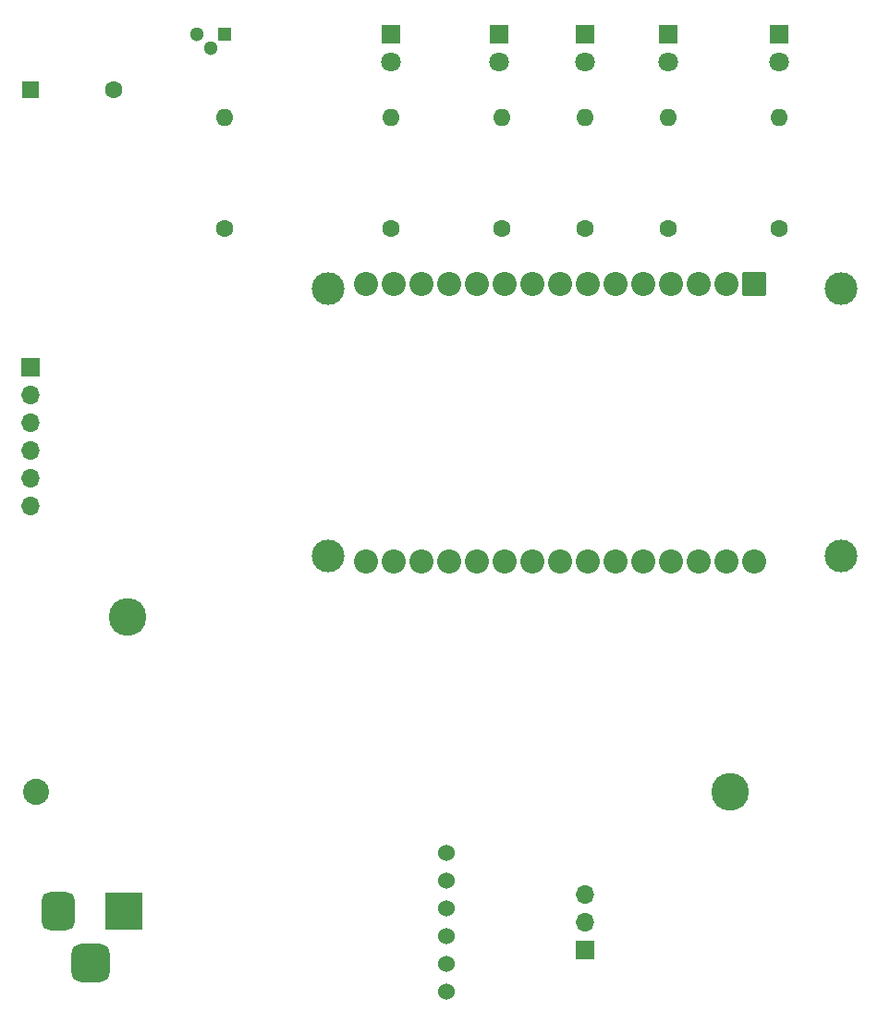
<source format=gbr>
%TF.GenerationSoftware,KiCad,Pcbnew,7.0.7*%
%TF.CreationDate,2023-11-04T11:15:44-05:00*%
%TF.ProjectId,proyectointroducci_n,70726f79-6563-4746-9f69-6e74726f6475,rev?*%
%TF.SameCoordinates,Original*%
%TF.FileFunction,Soldermask,Top*%
%TF.FilePolarity,Negative*%
%FSLAX46Y46*%
G04 Gerber Fmt 4.6, Leading zero omitted, Abs format (unit mm)*
G04 Created by KiCad (PCBNEW 7.0.7) date 2023-11-04 11:15:44*
%MOMM*%
%LPD*%
G01*
G04 APERTURE LIST*
G04 Aperture macros list*
%AMRoundRect*
0 Rectangle with rounded corners*
0 $1 Rounding radius*
0 $2 $3 $4 $5 $6 $7 $8 $9 X,Y pos of 4 corners*
0 Add a 4 corners polygon primitive as box body*
4,1,4,$2,$3,$4,$5,$6,$7,$8,$9,$2,$3,0*
0 Add four circle primitives for the rounded corners*
1,1,$1+$1,$2,$3*
1,1,$1+$1,$4,$5*
1,1,$1+$1,$6,$7*
1,1,$1+$1,$8,$9*
0 Add four rect primitives between the rounded corners*
20,1,$1+$1,$2,$3,$4,$5,0*
20,1,$1+$1,$4,$5,$6,$7,0*
20,1,$1+$1,$6,$7,$8,$9,0*
20,1,$1+$1,$8,$9,$2,$3,0*%
G04 Aperture macros list end*
%ADD10R,1.800000X1.800000*%
%ADD11C,1.800000*%
%ADD12R,1.600000X1.600000*%
%ADD13C,1.600000*%
%ADD14O,1.600000X1.600000*%
%ADD15R,1.300000X1.300000*%
%ADD16C,1.300000*%
%ADD17R,3.500000X3.500000*%
%ADD18RoundRect,0.750000X-0.750000X-1.000000X0.750000X-1.000000X0.750000X1.000000X-0.750000X1.000000X0*%
%ADD19RoundRect,0.875000X-0.875000X-0.875000X0.875000X-0.875000X0.875000X0.875000X-0.875000X0.875000X0*%
%ADD20C,3.000000*%
%ADD21RoundRect,0.102000X-1.000000X1.000000X-1.000000X-1.000000X1.000000X-1.000000X1.000000X1.000000X0*%
%ADD22C,2.204000*%
%ADD23R,1.700000X1.700000*%
%ADD24O,1.700000X1.700000*%
%ADD25C,1.524000*%
%ADD26C,2.390000*%
%ADD27C,3.450000*%
G04 APERTURE END LIST*
D10*
%TO.C,D2*%
X81070000Y-66040000D03*
D11*
X81070000Y-68580000D03*
%TD*%
D10*
%TO.C,D4*%
X106680000Y-66040000D03*
D11*
X106680000Y-68580000D03*
%TD*%
D12*
%TO.C,LS1*%
X38120000Y-71120000D03*
D13*
X45720000Y-71120000D03*
%TD*%
%TO.C,R2*%
X55880000Y-83820000D03*
D14*
X55880000Y-73660000D03*
%TD*%
D13*
%TO.C,R5*%
X88900000Y-83820000D03*
D14*
X88900000Y-73660000D03*
%TD*%
D10*
%TO.C,D1*%
X71120000Y-66040000D03*
D11*
X71120000Y-68580000D03*
%TD*%
D13*
%TO.C,R7*%
X96520000Y-83820000D03*
D14*
X96520000Y-73660000D03*
%TD*%
D10*
%TO.C,D3*%
X88900000Y-66040000D03*
D11*
X88900000Y-68580000D03*
%TD*%
D13*
%TO.C,R3*%
X71120000Y-83820000D03*
D14*
X71120000Y-73660000D03*
%TD*%
D13*
%TO.C,R4*%
X81280000Y-83820000D03*
D14*
X81280000Y-73660000D03*
%TD*%
D10*
%TO.C,D5*%
X96520000Y-66040000D03*
D11*
X96520000Y-68580000D03*
%TD*%
D15*
%TO.C,Q1*%
X55880000Y-66040000D03*
D16*
X54610000Y-67310000D03*
X53340000Y-66040000D03*
%TD*%
D17*
%TO.C,J1*%
X46640000Y-146362500D03*
D18*
X40640000Y-146362500D03*
D19*
X43640000Y-151062500D03*
%TD*%
D20*
%TO.C,U3*%
X112375000Y-89320000D03*
X65425000Y-89320000D03*
X112375000Y-113830000D03*
X65425000Y-113830000D03*
D21*
X104415000Y-88900000D03*
D22*
X101875000Y-88900000D03*
X99335000Y-88900000D03*
X96795000Y-88900000D03*
X94255000Y-88900000D03*
X91715000Y-88900000D03*
X89175000Y-88900000D03*
X86635000Y-88900000D03*
X84095000Y-88900000D03*
X81555000Y-88900000D03*
X79015000Y-88900000D03*
X76475000Y-88900000D03*
X73935000Y-88900000D03*
X71395000Y-88900000D03*
X68855000Y-88900000D03*
X68855000Y-114300000D03*
X71395000Y-114300000D03*
X73935000Y-114300000D03*
X76475000Y-114300000D03*
X79015000Y-114300000D03*
X81555000Y-114300000D03*
X84095000Y-114300000D03*
X86635000Y-114300000D03*
X89175000Y-114300000D03*
X91715000Y-114300000D03*
X94255000Y-114300000D03*
X96795000Y-114300000D03*
X99335000Y-114300000D03*
X101875000Y-114300000D03*
X104415000Y-114300000D03*
%TD*%
D23*
%TO.C,J2*%
X38100000Y-96520000D03*
D24*
X38100000Y-99060000D03*
X38100000Y-101600000D03*
X38100000Y-104140000D03*
X38100000Y-106680000D03*
X38100000Y-109220000D03*
%TD*%
D25*
%TO.C,U2*%
X76200000Y-153670000D03*
X76200000Y-151130000D03*
X76200000Y-148590000D03*
X76200000Y-146050000D03*
X76200000Y-143510000D03*
X76200000Y-140970000D03*
%TD*%
D13*
%TO.C,R6*%
X106680000Y-83820000D03*
D14*
X106680000Y-73660000D03*
%TD*%
D23*
%TO.C,J3*%
X88900000Y-149860000D03*
D24*
X88900000Y-147320000D03*
X88900000Y-144780000D03*
%TD*%
D26*
%TO.C,BT1*%
X38660000Y-135380000D03*
D27*
X46990000Y-119380000D03*
X102190000Y-135380000D03*
%TD*%
M02*

</source>
